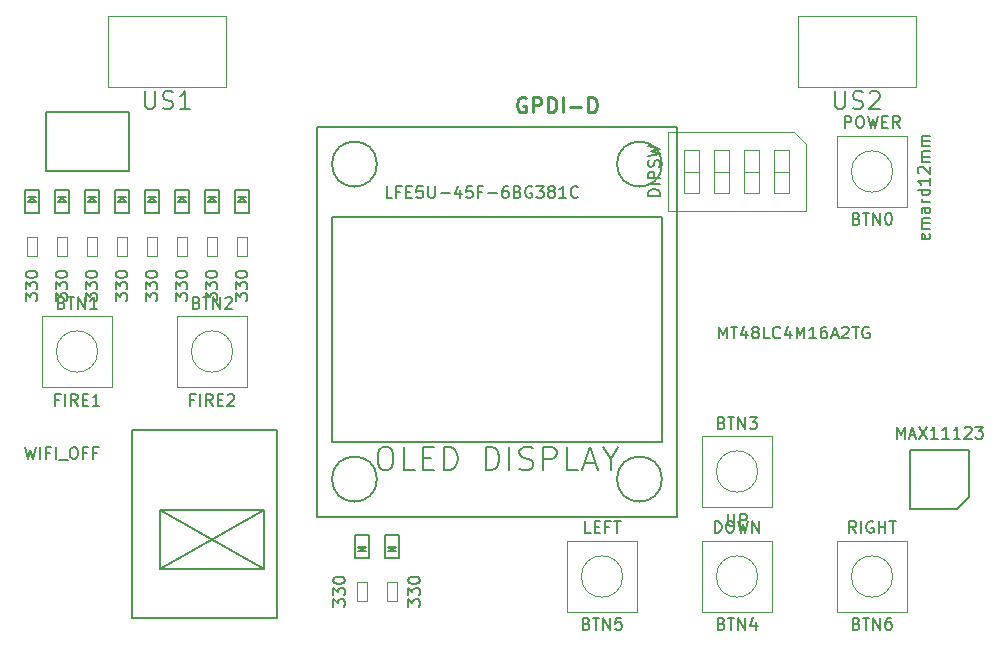
<source format=gbr>
G04 #@! TF.FileFunction,Other,Fab,Top*
%FSLAX46Y46*%
G04 Gerber Fmt 4.6, Leading zero omitted, Abs format (unit mm)*
G04 Created by KiCad (PCBNEW 4.0.7+dfsg1-1) date Sat Nov 11 18:03:34 2017*
%MOMM*%
%LPD*%
G01*
G04 APERTURE LIST*
%ADD10C,0.100000*%
%ADD11C,0.150000*%
%ADD12C,0.254000*%
G04 APERTURE END LIST*
D10*
D11*
X118530000Y-76260000D02*
X117930000Y-76260000D01*
X118230000Y-76360000D02*
X118530000Y-76660000D01*
X117930000Y-76660000D02*
X118230000Y-76360000D01*
X118530000Y-76660000D02*
X117930000Y-76660000D01*
X118830000Y-77660000D02*
X118830000Y-75660000D01*
X117630000Y-77660000D02*
X118830000Y-77660000D01*
X117630000Y-75660000D02*
X117630000Y-77660000D01*
X118830000Y-75660000D02*
X117630000Y-75660000D01*
X115990000Y-76260000D02*
X115390000Y-76260000D01*
X115690000Y-76360000D02*
X115990000Y-76660000D01*
X115390000Y-76660000D02*
X115690000Y-76360000D01*
X115990000Y-76660000D02*
X115390000Y-76660000D01*
X116290000Y-77660000D02*
X116290000Y-75660000D01*
X115090000Y-77660000D02*
X116290000Y-77660000D01*
X115090000Y-75660000D02*
X115090000Y-77660000D01*
X116290000Y-75660000D02*
X115090000Y-75660000D01*
X113450000Y-76260000D02*
X112850000Y-76260000D01*
X113150000Y-76360000D02*
X113450000Y-76660000D01*
X112850000Y-76660000D02*
X113150000Y-76360000D01*
X113450000Y-76660000D02*
X112850000Y-76660000D01*
X113750000Y-77660000D02*
X113750000Y-75660000D01*
X112550000Y-77660000D02*
X113750000Y-77660000D01*
X112550000Y-75660000D02*
X112550000Y-77660000D01*
X113750000Y-75660000D02*
X112550000Y-75660000D01*
X110910000Y-76260000D02*
X110310000Y-76260000D01*
X110610000Y-76360000D02*
X110910000Y-76660000D01*
X110310000Y-76660000D02*
X110610000Y-76360000D01*
X110910000Y-76660000D02*
X110310000Y-76660000D01*
X111210000Y-77660000D02*
X111210000Y-75660000D01*
X110010000Y-77660000D02*
X111210000Y-77660000D01*
X110010000Y-75660000D02*
X110010000Y-77660000D01*
X111210000Y-75660000D02*
X110010000Y-75660000D01*
X108370000Y-76260000D02*
X107770000Y-76260000D01*
X108070000Y-76360000D02*
X108370000Y-76660000D01*
X107770000Y-76660000D02*
X108070000Y-76360000D01*
X108370000Y-76660000D02*
X107770000Y-76660000D01*
X108670000Y-77660000D02*
X108670000Y-75660000D01*
X107470000Y-77660000D02*
X108670000Y-77660000D01*
X107470000Y-75660000D02*
X107470000Y-77660000D01*
X108670000Y-75660000D02*
X107470000Y-75660000D01*
X105830000Y-76260000D02*
X105230000Y-76260000D01*
X105530000Y-76360000D02*
X105830000Y-76660000D01*
X105230000Y-76660000D02*
X105530000Y-76360000D01*
X105830000Y-76660000D02*
X105230000Y-76660000D01*
X106130000Y-77660000D02*
X106130000Y-75660000D01*
X104930000Y-77660000D02*
X106130000Y-77660000D01*
X104930000Y-75660000D02*
X104930000Y-77660000D01*
X106130000Y-75660000D02*
X104930000Y-75660000D01*
X103290000Y-76260000D02*
X102690000Y-76260000D01*
X102990000Y-76360000D02*
X103290000Y-76660000D01*
X102690000Y-76660000D02*
X102990000Y-76360000D01*
X103290000Y-76660000D02*
X102690000Y-76660000D01*
X103590000Y-77660000D02*
X103590000Y-75660000D01*
X102390000Y-77660000D02*
X103590000Y-77660000D01*
X102390000Y-75660000D02*
X102390000Y-77660000D01*
X103590000Y-75660000D02*
X102390000Y-75660000D01*
X100750000Y-76260000D02*
X100150000Y-76260000D01*
X100450000Y-76360000D02*
X100750000Y-76660000D01*
X100150000Y-76660000D02*
X100450000Y-76360000D01*
X100750000Y-76660000D02*
X100150000Y-76660000D01*
X101050000Y-77660000D02*
X101050000Y-75660000D01*
X99850000Y-77660000D02*
X101050000Y-77660000D01*
X99850000Y-75660000D02*
X99850000Y-77660000D01*
X101050000Y-75660000D02*
X99850000Y-75660000D01*
X108624000Y-69080000D02*
X108624000Y-74080000D01*
X101624000Y-69080000D02*
X108624000Y-69080000D01*
X101624000Y-74080000D02*
X101624000Y-69080000D01*
X108624000Y-74080000D02*
X101624000Y-74080000D01*
X128090000Y-106270000D02*
X128690000Y-106270000D01*
X128390000Y-106170000D02*
X128090000Y-105870000D01*
X128690000Y-105870000D02*
X128390000Y-106170000D01*
X128090000Y-105870000D02*
X128690000Y-105870000D01*
X127790000Y-104870000D02*
X127790000Y-106870000D01*
X128990000Y-104870000D02*
X127790000Y-104870000D01*
X128990000Y-106870000D02*
X128990000Y-104870000D01*
X127790000Y-106870000D02*
X128990000Y-106870000D01*
X130630000Y-106270000D02*
X131230000Y-106270000D01*
X130930000Y-106170000D02*
X130630000Y-105870000D01*
X131230000Y-105870000D02*
X130930000Y-106170000D01*
X130630000Y-105870000D02*
X131230000Y-105870000D01*
X130330000Y-104870000D02*
X130330000Y-106870000D01*
X131530000Y-104870000D02*
X130330000Y-104870000D01*
X131530000Y-106870000D02*
X131530000Y-104870000D01*
X130330000Y-106870000D02*
X131530000Y-106870000D01*
D10*
X127990000Y-108880000D02*
X128790000Y-108880000D01*
X127990000Y-110480000D02*
X127990000Y-108880000D01*
X128790000Y-110480000D02*
X127990000Y-110480000D01*
X128790000Y-108880000D02*
X128790000Y-110480000D01*
X131330000Y-110480000D02*
X130530000Y-110480000D01*
X131330000Y-108880000D02*
X131330000Y-110480000D01*
X130530000Y-108880000D02*
X131330000Y-108880000D01*
X130530000Y-110480000D02*
X130530000Y-108880000D01*
X116880000Y-60925000D02*
X116880000Y-66925000D01*
X106880000Y-60925000D02*
X116880000Y-60925000D01*
X106880000Y-66925000D02*
X106880000Y-60925000D01*
X116880000Y-66925000D02*
X106880000Y-66925000D01*
X175300000Y-60925000D02*
X175300000Y-66925000D01*
X165300000Y-60925000D02*
X175300000Y-60925000D01*
X165300000Y-66925000D02*
X165300000Y-60925000D01*
X175300000Y-66925000D02*
X165300000Y-66925000D01*
X118630000Y-81270000D02*
X117830000Y-81270000D01*
X118630000Y-79670000D02*
X118630000Y-81270000D01*
X117830000Y-79670000D02*
X118630000Y-79670000D01*
X117830000Y-81270000D02*
X117830000Y-79670000D01*
X116090000Y-81270000D02*
X115290000Y-81270000D01*
X116090000Y-79670000D02*
X116090000Y-81270000D01*
X115290000Y-79670000D02*
X116090000Y-79670000D01*
X115290000Y-81270000D02*
X115290000Y-79670000D01*
X113550000Y-81270000D02*
X112750000Y-81270000D01*
X113550000Y-79670000D02*
X113550000Y-81270000D01*
X112750000Y-79670000D02*
X113550000Y-79670000D01*
X112750000Y-81270000D02*
X112750000Y-79670000D01*
X111010000Y-81270000D02*
X110210000Y-81270000D01*
X111010000Y-79670000D02*
X111010000Y-81270000D01*
X110210000Y-79670000D02*
X111010000Y-79670000D01*
X110210000Y-81270000D02*
X110210000Y-79670000D01*
X108470000Y-81270000D02*
X107670000Y-81270000D01*
X108470000Y-79670000D02*
X108470000Y-81270000D01*
X107670000Y-79670000D02*
X108470000Y-79670000D01*
X107670000Y-81270000D02*
X107670000Y-79670000D01*
X105930000Y-81270000D02*
X105130000Y-81270000D01*
X105930000Y-79670000D02*
X105930000Y-81270000D01*
X105130000Y-79670000D02*
X105930000Y-79670000D01*
X105130000Y-81270000D02*
X105130000Y-79670000D01*
X103390000Y-81270000D02*
X102590000Y-81270000D01*
X103390000Y-79670000D02*
X103390000Y-81270000D01*
X102590000Y-79670000D02*
X103390000Y-79670000D01*
X102590000Y-81270000D02*
X102590000Y-79670000D01*
X100850000Y-81270000D02*
X100050000Y-81270000D01*
X100850000Y-79670000D02*
X100850000Y-81270000D01*
X100050000Y-79670000D02*
X100850000Y-79670000D01*
X100050000Y-81270000D02*
X100050000Y-79670000D01*
D11*
X178785000Y-102655000D02*
X174785000Y-102655000D01*
X174785000Y-102655000D02*
X174785000Y-97655000D01*
X174785000Y-97655000D02*
X179785000Y-97655000D01*
X179785000Y-97655000D02*
X179785000Y-101655000D01*
X179785000Y-101655000D02*
X178785000Y-102655000D01*
X153790000Y-73485000D02*
G75*
G03X153790000Y-73485000I-1905000J0D01*
G01*
X129660000Y-73485000D02*
G75*
G03X129660000Y-73485000I-1905000J0D01*
G01*
X129660000Y-100155000D02*
G75*
G03X129660000Y-100155000I-1905000J0D01*
G01*
X153790000Y-100155000D02*
G75*
G03X153790000Y-100155000I-1905000J0D01*
G01*
X153790000Y-77930000D02*
X153790000Y-96980000D01*
X125850000Y-77930000D02*
X153790000Y-77930000D01*
X125850000Y-96980000D02*
X125850000Y-77930000D01*
X153790000Y-96980000D02*
X125850000Y-96980000D01*
X155060000Y-70310000D02*
X155060000Y-103330000D01*
X124580000Y-70310000D02*
X155060000Y-70310000D01*
X124580000Y-103330000D02*
X124580000Y-70310000D01*
X155060000Y-103330000D02*
X124580000Y-103330000D01*
D10*
X174570000Y-77120000D02*
X174570000Y-71120000D01*
X174570000Y-71120000D02*
X168570000Y-71120000D01*
X168570000Y-71120000D02*
X168570000Y-77120000D01*
X168570000Y-77120000D02*
X174570000Y-77120000D01*
X173320714Y-74120000D02*
G75*
G03X173320714Y-74120000I-1750714J0D01*
G01*
X101260000Y-86360000D02*
X101260000Y-92360000D01*
X101260000Y-92360000D02*
X107260000Y-92360000D01*
X107260000Y-92360000D02*
X107260000Y-86360000D01*
X107260000Y-86360000D02*
X101260000Y-86360000D01*
X106010714Y-89360000D02*
G75*
G03X106010714Y-89360000I-1750714J0D01*
G01*
X112690000Y-86360000D02*
X112690000Y-92360000D01*
X112690000Y-92360000D02*
X118690000Y-92360000D01*
X118690000Y-92360000D02*
X118690000Y-86360000D01*
X118690000Y-86360000D02*
X112690000Y-86360000D01*
X117440714Y-89360000D02*
G75*
G03X117440714Y-89360000I-1750714J0D01*
G01*
X157140000Y-96520000D02*
X157140000Y-102520000D01*
X157140000Y-102520000D02*
X163140000Y-102520000D01*
X163140000Y-102520000D02*
X163140000Y-96520000D01*
X163140000Y-96520000D02*
X157140000Y-96520000D01*
X161890714Y-99520000D02*
G75*
G03X161890714Y-99520000I-1750714J0D01*
G01*
X163140000Y-111410000D02*
X163140000Y-105410000D01*
X163140000Y-105410000D02*
X157140000Y-105410000D01*
X157140000Y-105410000D02*
X157140000Y-111410000D01*
X157140000Y-111410000D02*
X163140000Y-111410000D01*
X161890714Y-108410000D02*
G75*
G03X161890714Y-108410000I-1750714J0D01*
G01*
X151710000Y-111410000D02*
X151710000Y-105410000D01*
X151710000Y-105410000D02*
X145710000Y-105410000D01*
X145710000Y-105410000D02*
X145710000Y-111410000D01*
X145710000Y-111410000D02*
X151710000Y-111410000D01*
X150460714Y-108410000D02*
G75*
G03X150460714Y-108410000I-1750714J0D01*
G01*
X174570000Y-111410000D02*
X174570000Y-105410000D01*
X174570000Y-105410000D02*
X168570000Y-105410000D01*
X168570000Y-105410000D02*
X168570000Y-111410000D01*
X168570000Y-111410000D02*
X174570000Y-111410000D01*
X173320714Y-108410000D02*
G75*
G03X173320714Y-108410000I-1750714J0D01*
G01*
X166000000Y-71780000D02*
X166000000Y-77460000D01*
X166000000Y-77460000D02*
X154280000Y-77460000D01*
X154280000Y-77460000D02*
X154280000Y-70780000D01*
X154280000Y-70780000D02*
X165000000Y-70780000D01*
X165000000Y-70780000D02*
X166000000Y-71780000D01*
X164585000Y-72310000D02*
X163315000Y-72310000D01*
X163315000Y-72310000D02*
X163315000Y-75930000D01*
X163315000Y-75930000D02*
X164585000Y-75930000D01*
X164585000Y-75930000D02*
X164585000Y-72310000D01*
X164585000Y-74120000D02*
X163315000Y-74120000D01*
X162045000Y-72310000D02*
X160775000Y-72310000D01*
X160775000Y-72310000D02*
X160775000Y-75930000D01*
X160775000Y-75930000D02*
X162045000Y-75930000D01*
X162045000Y-75930000D02*
X162045000Y-72310000D01*
X162045000Y-74120000D02*
X160775000Y-74120000D01*
X159505000Y-72310000D02*
X158235000Y-72310000D01*
X158235000Y-72310000D02*
X158235000Y-75930000D01*
X158235000Y-75930000D02*
X159505000Y-75930000D01*
X159505000Y-75930000D02*
X159505000Y-72310000D01*
X159505000Y-74120000D02*
X158235000Y-74120000D01*
X156965000Y-72310000D02*
X155695000Y-72310000D01*
X155695000Y-72310000D02*
X155695000Y-75930000D01*
X155695000Y-75930000D02*
X156965000Y-75930000D01*
X156965000Y-75930000D02*
X156965000Y-72310000D01*
X156965000Y-74120000D02*
X155695000Y-74120000D01*
D11*
X120055000Y-102815000D02*
X111255000Y-107765000D01*
X120055000Y-107765000D02*
X111255000Y-102815000D01*
X120055000Y-102815000D02*
X120055000Y-107765000D01*
X111255000Y-102815000D02*
X111255000Y-107765000D01*
X111255000Y-107765000D02*
X120055000Y-107765000D01*
X120055000Y-102815000D02*
X111255000Y-102815000D01*
X121205000Y-95965000D02*
X108905000Y-95965000D01*
X121205000Y-111915000D02*
X121205000Y-95965000D01*
X108905000Y-111915000D02*
X121205000Y-111915000D01*
X108905000Y-95965000D02*
X108905000Y-111915000D01*
X158608857Y-88252381D02*
X158608857Y-87252381D01*
X158942191Y-87966667D01*
X159275524Y-87252381D01*
X159275524Y-88252381D01*
X159608857Y-87252381D02*
X160180286Y-87252381D01*
X159894571Y-88252381D02*
X159894571Y-87252381D01*
X160942191Y-87585714D02*
X160942191Y-88252381D01*
X160704095Y-87204762D02*
X160466000Y-87919048D01*
X161085048Y-87919048D01*
X161608857Y-87680952D02*
X161513619Y-87633333D01*
X161466000Y-87585714D01*
X161418381Y-87490476D01*
X161418381Y-87442857D01*
X161466000Y-87347619D01*
X161513619Y-87300000D01*
X161608857Y-87252381D01*
X161799334Y-87252381D01*
X161894572Y-87300000D01*
X161942191Y-87347619D01*
X161989810Y-87442857D01*
X161989810Y-87490476D01*
X161942191Y-87585714D01*
X161894572Y-87633333D01*
X161799334Y-87680952D01*
X161608857Y-87680952D01*
X161513619Y-87728571D01*
X161466000Y-87776190D01*
X161418381Y-87871429D01*
X161418381Y-88061905D01*
X161466000Y-88157143D01*
X161513619Y-88204762D01*
X161608857Y-88252381D01*
X161799334Y-88252381D01*
X161894572Y-88204762D01*
X161942191Y-88157143D01*
X161989810Y-88061905D01*
X161989810Y-87871429D01*
X161942191Y-87776190D01*
X161894572Y-87728571D01*
X161799334Y-87680952D01*
X162894572Y-88252381D02*
X162418381Y-88252381D01*
X162418381Y-87252381D01*
X163799334Y-88157143D02*
X163751715Y-88204762D01*
X163608858Y-88252381D01*
X163513620Y-88252381D01*
X163370762Y-88204762D01*
X163275524Y-88109524D01*
X163227905Y-88014286D01*
X163180286Y-87823810D01*
X163180286Y-87680952D01*
X163227905Y-87490476D01*
X163275524Y-87395238D01*
X163370762Y-87300000D01*
X163513620Y-87252381D01*
X163608858Y-87252381D01*
X163751715Y-87300000D01*
X163799334Y-87347619D01*
X164656477Y-87585714D02*
X164656477Y-88252381D01*
X164418381Y-87204762D02*
X164180286Y-87919048D01*
X164799334Y-87919048D01*
X165180286Y-88252381D02*
X165180286Y-87252381D01*
X165513620Y-87966667D01*
X165846953Y-87252381D01*
X165846953Y-88252381D01*
X166846953Y-88252381D02*
X166275524Y-88252381D01*
X166561238Y-88252381D02*
X166561238Y-87252381D01*
X166466000Y-87395238D01*
X166370762Y-87490476D01*
X166275524Y-87538095D01*
X167704096Y-87252381D02*
X167513619Y-87252381D01*
X167418381Y-87300000D01*
X167370762Y-87347619D01*
X167275524Y-87490476D01*
X167227905Y-87680952D01*
X167227905Y-88061905D01*
X167275524Y-88157143D01*
X167323143Y-88204762D01*
X167418381Y-88252381D01*
X167608858Y-88252381D01*
X167704096Y-88204762D01*
X167751715Y-88157143D01*
X167799334Y-88061905D01*
X167799334Y-87823810D01*
X167751715Y-87728571D01*
X167704096Y-87680952D01*
X167608858Y-87633333D01*
X167418381Y-87633333D01*
X167323143Y-87680952D01*
X167275524Y-87728571D01*
X167227905Y-87823810D01*
X168180286Y-87966667D02*
X168656477Y-87966667D01*
X168085048Y-88252381D02*
X168418381Y-87252381D01*
X168751715Y-88252381D01*
X169037429Y-87347619D02*
X169085048Y-87300000D01*
X169180286Y-87252381D01*
X169418382Y-87252381D01*
X169513620Y-87300000D01*
X169561239Y-87347619D01*
X169608858Y-87442857D01*
X169608858Y-87538095D01*
X169561239Y-87680952D01*
X168989810Y-88252381D01*
X169608858Y-88252381D01*
X169894572Y-87252381D02*
X170466001Y-87252381D01*
X170180286Y-88252381D02*
X170180286Y-87252381D01*
X171323144Y-87300000D02*
X171227906Y-87252381D01*
X171085049Y-87252381D01*
X170942191Y-87300000D01*
X170846953Y-87395238D01*
X170799334Y-87490476D01*
X170751715Y-87680952D01*
X170751715Y-87823810D01*
X170799334Y-88014286D01*
X170846953Y-88109524D01*
X170942191Y-88204762D01*
X171085049Y-88252381D01*
X171180287Y-88252381D01*
X171323144Y-88204762D01*
X171370763Y-88157143D01*
X171370763Y-87823810D01*
X171180287Y-87823810D01*
X99894762Y-97448381D02*
X100132857Y-98448381D01*
X100323334Y-97734095D01*
X100513810Y-98448381D01*
X100751905Y-97448381D01*
X101132857Y-98448381D02*
X101132857Y-97448381D01*
X101942381Y-97924571D02*
X101609047Y-97924571D01*
X101609047Y-98448381D02*
X101609047Y-97448381D01*
X102085238Y-97448381D01*
X102466190Y-98448381D02*
X102466190Y-97448381D01*
X102704285Y-98543619D02*
X103466190Y-98543619D01*
X103894761Y-97448381D02*
X104085238Y-97448381D01*
X104180476Y-97496000D01*
X104275714Y-97591238D01*
X104323333Y-97781714D01*
X104323333Y-98115048D01*
X104275714Y-98305524D01*
X104180476Y-98400762D01*
X104085238Y-98448381D01*
X103894761Y-98448381D01*
X103799523Y-98400762D01*
X103704285Y-98305524D01*
X103656666Y-98115048D01*
X103656666Y-97781714D01*
X103704285Y-97591238D01*
X103799523Y-97496000D01*
X103894761Y-97448381D01*
X105085238Y-97924571D02*
X104751904Y-97924571D01*
X104751904Y-98448381D02*
X104751904Y-97448381D01*
X105228095Y-97448381D01*
X105942381Y-97924571D02*
X105609047Y-97924571D01*
X105609047Y-98448381D02*
X105609047Y-97448381D01*
X106085238Y-97448381D01*
X125942381Y-110965714D02*
X125942381Y-110346666D01*
X126323333Y-110680000D01*
X126323333Y-110537142D01*
X126370952Y-110441904D01*
X126418571Y-110394285D01*
X126513810Y-110346666D01*
X126751905Y-110346666D01*
X126847143Y-110394285D01*
X126894762Y-110441904D01*
X126942381Y-110537142D01*
X126942381Y-110822857D01*
X126894762Y-110918095D01*
X126847143Y-110965714D01*
X125942381Y-110013333D02*
X125942381Y-109394285D01*
X126323333Y-109727619D01*
X126323333Y-109584761D01*
X126370952Y-109489523D01*
X126418571Y-109441904D01*
X126513810Y-109394285D01*
X126751905Y-109394285D01*
X126847143Y-109441904D01*
X126894762Y-109489523D01*
X126942381Y-109584761D01*
X126942381Y-109870476D01*
X126894762Y-109965714D01*
X126847143Y-110013333D01*
X125942381Y-108775238D02*
X125942381Y-108679999D01*
X125990000Y-108584761D01*
X126037619Y-108537142D01*
X126132857Y-108489523D01*
X126323333Y-108441904D01*
X126561429Y-108441904D01*
X126751905Y-108489523D01*
X126847143Y-108537142D01*
X126894762Y-108584761D01*
X126942381Y-108679999D01*
X126942381Y-108775238D01*
X126894762Y-108870476D01*
X126847143Y-108918095D01*
X126751905Y-108965714D01*
X126561429Y-109013333D01*
X126323333Y-109013333D01*
X126132857Y-108965714D01*
X126037619Y-108918095D01*
X125990000Y-108870476D01*
X125942381Y-108775238D01*
X132282381Y-110965714D02*
X132282381Y-110346666D01*
X132663333Y-110680000D01*
X132663333Y-110537142D01*
X132710952Y-110441904D01*
X132758571Y-110394285D01*
X132853810Y-110346666D01*
X133091905Y-110346666D01*
X133187143Y-110394285D01*
X133234762Y-110441904D01*
X133282381Y-110537142D01*
X133282381Y-110822857D01*
X133234762Y-110918095D01*
X133187143Y-110965714D01*
X132282381Y-110013333D02*
X132282381Y-109394285D01*
X132663333Y-109727619D01*
X132663333Y-109584761D01*
X132710952Y-109489523D01*
X132758571Y-109441904D01*
X132853810Y-109394285D01*
X133091905Y-109394285D01*
X133187143Y-109441904D01*
X133234762Y-109489523D01*
X133282381Y-109584761D01*
X133282381Y-109870476D01*
X133234762Y-109965714D01*
X133187143Y-110013333D01*
X132282381Y-108775238D02*
X132282381Y-108679999D01*
X132330000Y-108584761D01*
X132377619Y-108537142D01*
X132472857Y-108489523D01*
X132663333Y-108441904D01*
X132901429Y-108441904D01*
X133091905Y-108489523D01*
X133187143Y-108537142D01*
X133234762Y-108584761D01*
X133282381Y-108679999D01*
X133282381Y-108775238D01*
X133234762Y-108870476D01*
X133187143Y-108918095D01*
X133091905Y-108965714D01*
X132901429Y-109013333D01*
X132663333Y-109013333D01*
X132472857Y-108965714D01*
X132377619Y-108918095D01*
X132330000Y-108870476D01*
X132282381Y-108775238D01*
X110022858Y-67329571D02*
X110022858Y-68543857D01*
X110094286Y-68686714D01*
X110165715Y-68758143D01*
X110308572Y-68829571D01*
X110594286Y-68829571D01*
X110737144Y-68758143D01*
X110808572Y-68686714D01*
X110880001Y-68543857D01*
X110880001Y-67329571D01*
X111522858Y-68758143D02*
X111737144Y-68829571D01*
X112094287Y-68829571D01*
X112237144Y-68758143D01*
X112308573Y-68686714D01*
X112380001Y-68543857D01*
X112380001Y-68401000D01*
X112308573Y-68258143D01*
X112237144Y-68186714D01*
X112094287Y-68115286D01*
X111808573Y-68043857D01*
X111665715Y-67972429D01*
X111594287Y-67901000D01*
X111522858Y-67758143D01*
X111522858Y-67615286D01*
X111594287Y-67472429D01*
X111665715Y-67401000D01*
X111808573Y-67329571D01*
X112165715Y-67329571D01*
X112380001Y-67401000D01*
X113808572Y-68829571D02*
X112951429Y-68829571D01*
X113380001Y-68829571D02*
X113380001Y-67329571D01*
X113237144Y-67543857D01*
X113094286Y-67686714D01*
X112951429Y-67758143D01*
X168442858Y-67329571D02*
X168442858Y-68543857D01*
X168514286Y-68686714D01*
X168585715Y-68758143D01*
X168728572Y-68829571D01*
X169014286Y-68829571D01*
X169157144Y-68758143D01*
X169228572Y-68686714D01*
X169300001Y-68543857D01*
X169300001Y-67329571D01*
X169942858Y-68758143D02*
X170157144Y-68829571D01*
X170514287Y-68829571D01*
X170657144Y-68758143D01*
X170728573Y-68686714D01*
X170800001Y-68543857D01*
X170800001Y-68401000D01*
X170728573Y-68258143D01*
X170657144Y-68186714D01*
X170514287Y-68115286D01*
X170228573Y-68043857D01*
X170085715Y-67972429D01*
X170014287Y-67901000D01*
X169942858Y-67758143D01*
X169942858Y-67615286D01*
X170014287Y-67472429D01*
X170085715Y-67401000D01*
X170228573Y-67329571D01*
X170585715Y-67329571D01*
X170800001Y-67401000D01*
X171371429Y-67472429D02*
X171442858Y-67401000D01*
X171585715Y-67329571D01*
X171942858Y-67329571D01*
X172085715Y-67401000D01*
X172157144Y-67472429D01*
X172228572Y-67615286D01*
X172228572Y-67758143D01*
X172157144Y-67972429D01*
X171300001Y-68829571D01*
X172228572Y-68829571D01*
X117682381Y-85057714D02*
X117682381Y-84438666D01*
X118063333Y-84772000D01*
X118063333Y-84629142D01*
X118110952Y-84533904D01*
X118158571Y-84486285D01*
X118253810Y-84438666D01*
X118491905Y-84438666D01*
X118587143Y-84486285D01*
X118634762Y-84533904D01*
X118682381Y-84629142D01*
X118682381Y-84914857D01*
X118634762Y-85010095D01*
X118587143Y-85057714D01*
X117682381Y-84105333D02*
X117682381Y-83486285D01*
X118063333Y-83819619D01*
X118063333Y-83676761D01*
X118110952Y-83581523D01*
X118158571Y-83533904D01*
X118253810Y-83486285D01*
X118491905Y-83486285D01*
X118587143Y-83533904D01*
X118634762Y-83581523D01*
X118682381Y-83676761D01*
X118682381Y-83962476D01*
X118634762Y-84057714D01*
X118587143Y-84105333D01*
X117682381Y-82867238D02*
X117682381Y-82771999D01*
X117730000Y-82676761D01*
X117777619Y-82629142D01*
X117872857Y-82581523D01*
X118063333Y-82533904D01*
X118301429Y-82533904D01*
X118491905Y-82581523D01*
X118587143Y-82629142D01*
X118634762Y-82676761D01*
X118682381Y-82771999D01*
X118682381Y-82867238D01*
X118634762Y-82962476D01*
X118587143Y-83010095D01*
X118491905Y-83057714D01*
X118301429Y-83105333D01*
X118063333Y-83105333D01*
X117872857Y-83057714D01*
X117777619Y-83010095D01*
X117730000Y-82962476D01*
X117682381Y-82867238D01*
X115142381Y-85057714D02*
X115142381Y-84438666D01*
X115523333Y-84772000D01*
X115523333Y-84629142D01*
X115570952Y-84533904D01*
X115618571Y-84486285D01*
X115713810Y-84438666D01*
X115951905Y-84438666D01*
X116047143Y-84486285D01*
X116094762Y-84533904D01*
X116142381Y-84629142D01*
X116142381Y-84914857D01*
X116094762Y-85010095D01*
X116047143Y-85057714D01*
X115142381Y-84105333D02*
X115142381Y-83486285D01*
X115523333Y-83819619D01*
X115523333Y-83676761D01*
X115570952Y-83581523D01*
X115618571Y-83533904D01*
X115713810Y-83486285D01*
X115951905Y-83486285D01*
X116047143Y-83533904D01*
X116094762Y-83581523D01*
X116142381Y-83676761D01*
X116142381Y-83962476D01*
X116094762Y-84057714D01*
X116047143Y-84105333D01*
X115142381Y-82867238D02*
X115142381Y-82771999D01*
X115190000Y-82676761D01*
X115237619Y-82629142D01*
X115332857Y-82581523D01*
X115523333Y-82533904D01*
X115761429Y-82533904D01*
X115951905Y-82581523D01*
X116047143Y-82629142D01*
X116094762Y-82676761D01*
X116142381Y-82771999D01*
X116142381Y-82867238D01*
X116094762Y-82962476D01*
X116047143Y-83010095D01*
X115951905Y-83057714D01*
X115761429Y-83105333D01*
X115523333Y-83105333D01*
X115332857Y-83057714D01*
X115237619Y-83010095D01*
X115190000Y-82962476D01*
X115142381Y-82867238D01*
X112602381Y-85057714D02*
X112602381Y-84438666D01*
X112983333Y-84772000D01*
X112983333Y-84629142D01*
X113030952Y-84533904D01*
X113078571Y-84486285D01*
X113173810Y-84438666D01*
X113411905Y-84438666D01*
X113507143Y-84486285D01*
X113554762Y-84533904D01*
X113602381Y-84629142D01*
X113602381Y-84914857D01*
X113554762Y-85010095D01*
X113507143Y-85057714D01*
X112602381Y-84105333D02*
X112602381Y-83486285D01*
X112983333Y-83819619D01*
X112983333Y-83676761D01*
X113030952Y-83581523D01*
X113078571Y-83533904D01*
X113173810Y-83486285D01*
X113411905Y-83486285D01*
X113507143Y-83533904D01*
X113554762Y-83581523D01*
X113602381Y-83676761D01*
X113602381Y-83962476D01*
X113554762Y-84057714D01*
X113507143Y-84105333D01*
X112602381Y-82867238D02*
X112602381Y-82771999D01*
X112650000Y-82676761D01*
X112697619Y-82629142D01*
X112792857Y-82581523D01*
X112983333Y-82533904D01*
X113221429Y-82533904D01*
X113411905Y-82581523D01*
X113507143Y-82629142D01*
X113554762Y-82676761D01*
X113602381Y-82771999D01*
X113602381Y-82867238D01*
X113554762Y-82962476D01*
X113507143Y-83010095D01*
X113411905Y-83057714D01*
X113221429Y-83105333D01*
X112983333Y-83105333D01*
X112792857Y-83057714D01*
X112697619Y-83010095D01*
X112650000Y-82962476D01*
X112602381Y-82867238D01*
X110062381Y-85057714D02*
X110062381Y-84438666D01*
X110443333Y-84772000D01*
X110443333Y-84629142D01*
X110490952Y-84533904D01*
X110538571Y-84486285D01*
X110633810Y-84438666D01*
X110871905Y-84438666D01*
X110967143Y-84486285D01*
X111014762Y-84533904D01*
X111062381Y-84629142D01*
X111062381Y-84914857D01*
X111014762Y-85010095D01*
X110967143Y-85057714D01*
X110062381Y-84105333D02*
X110062381Y-83486285D01*
X110443333Y-83819619D01*
X110443333Y-83676761D01*
X110490952Y-83581523D01*
X110538571Y-83533904D01*
X110633810Y-83486285D01*
X110871905Y-83486285D01*
X110967143Y-83533904D01*
X111014762Y-83581523D01*
X111062381Y-83676761D01*
X111062381Y-83962476D01*
X111014762Y-84057714D01*
X110967143Y-84105333D01*
X110062381Y-82867238D02*
X110062381Y-82771999D01*
X110110000Y-82676761D01*
X110157619Y-82629142D01*
X110252857Y-82581523D01*
X110443333Y-82533904D01*
X110681429Y-82533904D01*
X110871905Y-82581523D01*
X110967143Y-82629142D01*
X111014762Y-82676761D01*
X111062381Y-82771999D01*
X111062381Y-82867238D01*
X111014762Y-82962476D01*
X110967143Y-83010095D01*
X110871905Y-83057714D01*
X110681429Y-83105333D01*
X110443333Y-83105333D01*
X110252857Y-83057714D01*
X110157619Y-83010095D01*
X110110000Y-82962476D01*
X110062381Y-82867238D01*
X107522381Y-85057714D02*
X107522381Y-84438666D01*
X107903333Y-84772000D01*
X107903333Y-84629142D01*
X107950952Y-84533904D01*
X107998571Y-84486285D01*
X108093810Y-84438666D01*
X108331905Y-84438666D01*
X108427143Y-84486285D01*
X108474762Y-84533904D01*
X108522381Y-84629142D01*
X108522381Y-84914857D01*
X108474762Y-85010095D01*
X108427143Y-85057714D01*
X107522381Y-84105333D02*
X107522381Y-83486285D01*
X107903333Y-83819619D01*
X107903333Y-83676761D01*
X107950952Y-83581523D01*
X107998571Y-83533904D01*
X108093810Y-83486285D01*
X108331905Y-83486285D01*
X108427143Y-83533904D01*
X108474762Y-83581523D01*
X108522381Y-83676761D01*
X108522381Y-83962476D01*
X108474762Y-84057714D01*
X108427143Y-84105333D01*
X107522381Y-82867238D02*
X107522381Y-82771999D01*
X107570000Y-82676761D01*
X107617619Y-82629142D01*
X107712857Y-82581523D01*
X107903333Y-82533904D01*
X108141429Y-82533904D01*
X108331905Y-82581523D01*
X108427143Y-82629142D01*
X108474762Y-82676761D01*
X108522381Y-82771999D01*
X108522381Y-82867238D01*
X108474762Y-82962476D01*
X108427143Y-83010095D01*
X108331905Y-83057714D01*
X108141429Y-83105333D01*
X107903333Y-83105333D01*
X107712857Y-83057714D01*
X107617619Y-83010095D01*
X107570000Y-82962476D01*
X107522381Y-82867238D01*
X104982381Y-85057714D02*
X104982381Y-84438666D01*
X105363333Y-84772000D01*
X105363333Y-84629142D01*
X105410952Y-84533904D01*
X105458571Y-84486285D01*
X105553810Y-84438666D01*
X105791905Y-84438666D01*
X105887143Y-84486285D01*
X105934762Y-84533904D01*
X105982381Y-84629142D01*
X105982381Y-84914857D01*
X105934762Y-85010095D01*
X105887143Y-85057714D01*
X104982381Y-84105333D02*
X104982381Y-83486285D01*
X105363333Y-83819619D01*
X105363333Y-83676761D01*
X105410952Y-83581523D01*
X105458571Y-83533904D01*
X105553810Y-83486285D01*
X105791905Y-83486285D01*
X105887143Y-83533904D01*
X105934762Y-83581523D01*
X105982381Y-83676761D01*
X105982381Y-83962476D01*
X105934762Y-84057714D01*
X105887143Y-84105333D01*
X104982381Y-82867238D02*
X104982381Y-82771999D01*
X105030000Y-82676761D01*
X105077619Y-82629142D01*
X105172857Y-82581523D01*
X105363333Y-82533904D01*
X105601429Y-82533904D01*
X105791905Y-82581523D01*
X105887143Y-82629142D01*
X105934762Y-82676761D01*
X105982381Y-82771999D01*
X105982381Y-82867238D01*
X105934762Y-82962476D01*
X105887143Y-83010095D01*
X105791905Y-83057714D01*
X105601429Y-83105333D01*
X105363333Y-83105333D01*
X105172857Y-83057714D01*
X105077619Y-83010095D01*
X105030000Y-82962476D01*
X104982381Y-82867238D01*
X102442381Y-85057714D02*
X102442381Y-84438666D01*
X102823333Y-84772000D01*
X102823333Y-84629142D01*
X102870952Y-84533904D01*
X102918571Y-84486285D01*
X103013810Y-84438666D01*
X103251905Y-84438666D01*
X103347143Y-84486285D01*
X103394762Y-84533904D01*
X103442381Y-84629142D01*
X103442381Y-84914857D01*
X103394762Y-85010095D01*
X103347143Y-85057714D01*
X102442381Y-84105333D02*
X102442381Y-83486285D01*
X102823333Y-83819619D01*
X102823333Y-83676761D01*
X102870952Y-83581523D01*
X102918571Y-83533904D01*
X103013810Y-83486285D01*
X103251905Y-83486285D01*
X103347143Y-83533904D01*
X103394762Y-83581523D01*
X103442381Y-83676761D01*
X103442381Y-83962476D01*
X103394762Y-84057714D01*
X103347143Y-84105333D01*
X102442381Y-82867238D02*
X102442381Y-82771999D01*
X102490000Y-82676761D01*
X102537619Y-82629142D01*
X102632857Y-82581523D01*
X102823333Y-82533904D01*
X103061429Y-82533904D01*
X103251905Y-82581523D01*
X103347143Y-82629142D01*
X103394762Y-82676761D01*
X103442381Y-82771999D01*
X103442381Y-82867238D01*
X103394762Y-82962476D01*
X103347143Y-83010095D01*
X103251905Y-83057714D01*
X103061429Y-83105333D01*
X102823333Y-83105333D01*
X102632857Y-83057714D01*
X102537619Y-83010095D01*
X102490000Y-82962476D01*
X102442381Y-82867238D01*
X99902381Y-85057714D02*
X99902381Y-84438666D01*
X100283333Y-84772000D01*
X100283333Y-84629142D01*
X100330952Y-84533904D01*
X100378571Y-84486285D01*
X100473810Y-84438666D01*
X100711905Y-84438666D01*
X100807143Y-84486285D01*
X100854762Y-84533904D01*
X100902381Y-84629142D01*
X100902381Y-84914857D01*
X100854762Y-85010095D01*
X100807143Y-85057714D01*
X99902381Y-84105333D02*
X99902381Y-83486285D01*
X100283333Y-83819619D01*
X100283333Y-83676761D01*
X100330952Y-83581523D01*
X100378571Y-83533904D01*
X100473810Y-83486285D01*
X100711905Y-83486285D01*
X100807143Y-83533904D01*
X100854762Y-83581523D01*
X100902381Y-83676761D01*
X100902381Y-83962476D01*
X100854762Y-84057714D01*
X100807143Y-84105333D01*
X99902381Y-82867238D02*
X99902381Y-82771999D01*
X99950000Y-82676761D01*
X99997619Y-82629142D01*
X100092857Y-82581523D01*
X100283333Y-82533904D01*
X100521429Y-82533904D01*
X100711905Y-82581523D01*
X100807143Y-82629142D01*
X100854762Y-82676761D01*
X100902381Y-82771999D01*
X100902381Y-82867238D01*
X100854762Y-82962476D01*
X100807143Y-83010095D01*
X100711905Y-83057714D01*
X100521429Y-83105333D01*
X100283333Y-83105333D01*
X100092857Y-83057714D01*
X99997619Y-83010095D01*
X99950000Y-82962476D01*
X99902381Y-82867238D01*
X173665952Y-96732381D02*
X173665952Y-95732381D01*
X173999286Y-96446667D01*
X174332619Y-95732381D01*
X174332619Y-96732381D01*
X174761190Y-96446667D02*
X175237381Y-96446667D01*
X174665952Y-96732381D02*
X174999285Y-95732381D01*
X175332619Y-96732381D01*
X175570714Y-95732381D02*
X176237381Y-96732381D01*
X176237381Y-95732381D02*
X175570714Y-96732381D01*
X177142143Y-96732381D02*
X176570714Y-96732381D01*
X176856428Y-96732381D02*
X176856428Y-95732381D01*
X176761190Y-95875238D01*
X176665952Y-95970476D01*
X176570714Y-96018095D01*
X178094524Y-96732381D02*
X177523095Y-96732381D01*
X177808809Y-96732381D02*
X177808809Y-95732381D01*
X177713571Y-95875238D01*
X177618333Y-95970476D01*
X177523095Y-96018095D01*
X179046905Y-96732381D02*
X178475476Y-96732381D01*
X178761190Y-96732381D02*
X178761190Y-95732381D01*
X178665952Y-95875238D01*
X178570714Y-95970476D01*
X178475476Y-96018095D01*
X179427857Y-95827619D02*
X179475476Y-95780000D01*
X179570714Y-95732381D01*
X179808810Y-95732381D01*
X179904048Y-95780000D01*
X179951667Y-95827619D01*
X179999286Y-95922857D01*
X179999286Y-96018095D01*
X179951667Y-96160952D01*
X179380238Y-96732381D01*
X179999286Y-96732381D01*
X180332619Y-95732381D02*
X180951667Y-95732381D01*
X180618333Y-96113333D01*
X180761191Y-96113333D01*
X180856429Y-96160952D01*
X180904048Y-96208571D01*
X180951667Y-96303810D01*
X180951667Y-96541905D01*
X180904048Y-96637143D01*
X180856429Y-96684762D01*
X180761191Y-96732381D01*
X180475476Y-96732381D01*
X180380238Y-96684762D01*
X180332619Y-96637143D01*
X130200952Y-97408762D02*
X130581904Y-97408762D01*
X130772380Y-97504000D01*
X130962857Y-97694476D01*
X131058095Y-98075429D01*
X131058095Y-98742095D01*
X130962857Y-99123048D01*
X130772380Y-99313524D01*
X130581904Y-99408762D01*
X130200952Y-99408762D01*
X130010476Y-99313524D01*
X129819999Y-99123048D01*
X129724761Y-98742095D01*
X129724761Y-98075429D01*
X129819999Y-97694476D01*
X130010476Y-97504000D01*
X130200952Y-97408762D01*
X132867618Y-99408762D02*
X131915237Y-99408762D01*
X131915237Y-97408762D01*
X133534285Y-98361143D02*
X134200952Y-98361143D01*
X134486666Y-99408762D02*
X133534285Y-99408762D01*
X133534285Y-97408762D01*
X134486666Y-97408762D01*
X135343809Y-99408762D02*
X135343809Y-97408762D01*
X135820000Y-97408762D01*
X136105714Y-97504000D01*
X136296190Y-97694476D01*
X136391429Y-97884952D01*
X136486667Y-98265905D01*
X136486667Y-98551619D01*
X136391429Y-98932571D01*
X136296190Y-99123048D01*
X136105714Y-99313524D01*
X135820000Y-99408762D01*
X135343809Y-99408762D01*
X138867619Y-99408762D02*
X138867619Y-97408762D01*
X139343810Y-97408762D01*
X139629524Y-97504000D01*
X139820000Y-97694476D01*
X139915239Y-97884952D01*
X140010477Y-98265905D01*
X140010477Y-98551619D01*
X139915239Y-98932571D01*
X139820000Y-99123048D01*
X139629524Y-99313524D01*
X139343810Y-99408762D01*
X138867619Y-99408762D01*
X140867619Y-99408762D02*
X140867619Y-97408762D01*
X141724762Y-99313524D02*
X142010477Y-99408762D01*
X142486667Y-99408762D01*
X142677143Y-99313524D01*
X142772381Y-99218286D01*
X142867620Y-99027810D01*
X142867620Y-98837333D01*
X142772381Y-98646857D01*
X142677143Y-98551619D01*
X142486667Y-98456381D01*
X142105715Y-98361143D01*
X141915239Y-98265905D01*
X141820000Y-98170667D01*
X141724762Y-97980190D01*
X141724762Y-97789714D01*
X141820000Y-97599238D01*
X141915239Y-97504000D01*
X142105715Y-97408762D01*
X142581905Y-97408762D01*
X142867620Y-97504000D01*
X143724762Y-99408762D02*
X143724762Y-97408762D01*
X144486667Y-97408762D01*
X144677143Y-97504000D01*
X144772382Y-97599238D01*
X144867620Y-97789714D01*
X144867620Y-98075429D01*
X144772382Y-98265905D01*
X144677143Y-98361143D01*
X144486667Y-98456381D01*
X143724762Y-98456381D01*
X146677143Y-99408762D02*
X145724762Y-99408762D01*
X145724762Y-97408762D01*
X147248572Y-98837333D02*
X148200953Y-98837333D01*
X147058096Y-99408762D02*
X147724763Y-97408762D01*
X148391430Y-99408762D01*
X149439049Y-98456381D02*
X149439049Y-99408762D01*
X148772382Y-97408762D02*
X149439049Y-98456381D01*
X150105716Y-97408762D01*
D12*
X142239048Y-67897000D02*
X142118096Y-67836524D01*
X141936667Y-67836524D01*
X141755239Y-67897000D01*
X141634286Y-68017952D01*
X141573810Y-68138905D01*
X141513334Y-68380810D01*
X141513334Y-68562238D01*
X141573810Y-68804143D01*
X141634286Y-68925095D01*
X141755239Y-69046048D01*
X141936667Y-69106524D01*
X142057619Y-69106524D01*
X142239048Y-69046048D01*
X142299524Y-68985571D01*
X142299524Y-68562238D01*
X142057619Y-68562238D01*
X142843810Y-69106524D02*
X142843810Y-67836524D01*
X143327619Y-67836524D01*
X143448572Y-67897000D01*
X143509048Y-67957476D01*
X143569524Y-68078429D01*
X143569524Y-68259857D01*
X143509048Y-68380810D01*
X143448572Y-68441286D01*
X143327619Y-68501762D01*
X142843810Y-68501762D01*
X144113810Y-69106524D02*
X144113810Y-67836524D01*
X144416191Y-67836524D01*
X144597619Y-67897000D01*
X144718572Y-68017952D01*
X144779048Y-68138905D01*
X144839524Y-68380810D01*
X144839524Y-68562238D01*
X144779048Y-68804143D01*
X144718572Y-68925095D01*
X144597619Y-69046048D01*
X144416191Y-69106524D01*
X144113810Y-69106524D01*
X145383810Y-69106524D02*
X145383810Y-67836524D01*
X145988572Y-68622714D02*
X146956191Y-68622714D01*
X147560953Y-69106524D02*
X147560953Y-67836524D01*
X147863334Y-67836524D01*
X148044762Y-67897000D01*
X148165715Y-68017952D01*
X148226191Y-68138905D01*
X148286667Y-68380810D01*
X148286667Y-68562238D01*
X148226191Y-68804143D01*
X148165715Y-68925095D01*
X148044762Y-69046048D01*
X147863334Y-69106524D01*
X147560953Y-69106524D01*
D11*
X169260476Y-70422381D02*
X169260476Y-69422381D01*
X169641429Y-69422381D01*
X169736667Y-69470000D01*
X169784286Y-69517619D01*
X169831905Y-69612857D01*
X169831905Y-69755714D01*
X169784286Y-69850952D01*
X169736667Y-69898571D01*
X169641429Y-69946190D01*
X169260476Y-69946190D01*
X170450952Y-69422381D02*
X170641429Y-69422381D01*
X170736667Y-69470000D01*
X170831905Y-69565238D01*
X170879524Y-69755714D01*
X170879524Y-70089048D01*
X170831905Y-70279524D01*
X170736667Y-70374762D01*
X170641429Y-70422381D01*
X170450952Y-70422381D01*
X170355714Y-70374762D01*
X170260476Y-70279524D01*
X170212857Y-70089048D01*
X170212857Y-69755714D01*
X170260476Y-69565238D01*
X170355714Y-69470000D01*
X170450952Y-69422381D01*
X171212857Y-69422381D02*
X171450952Y-70422381D01*
X171641429Y-69708095D01*
X171831905Y-70422381D01*
X172070000Y-69422381D01*
X172450952Y-69898571D02*
X172784286Y-69898571D01*
X172927143Y-70422381D02*
X172450952Y-70422381D01*
X172450952Y-69422381D01*
X172927143Y-69422381D01*
X173927143Y-70422381D02*
X173593809Y-69946190D01*
X173355714Y-70422381D02*
X173355714Y-69422381D01*
X173736667Y-69422381D01*
X173831905Y-69470000D01*
X173879524Y-69517619D01*
X173927143Y-69612857D01*
X173927143Y-69755714D01*
X173879524Y-69850952D01*
X173831905Y-69898571D01*
X173736667Y-69946190D01*
X173355714Y-69946190D01*
X170260477Y-78098571D02*
X170403334Y-78146190D01*
X170450953Y-78193810D01*
X170498572Y-78289048D01*
X170498572Y-78431905D01*
X170450953Y-78527143D01*
X170403334Y-78574762D01*
X170308096Y-78622381D01*
X169927143Y-78622381D01*
X169927143Y-77622381D01*
X170260477Y-77622381D01*
X170355715Y-77670000D01*
X170403334Y-77717619D01*
X170450953Y-77812857D01*
X170450953Y-77908095D01*
X170403334Y-78003333D01*
X170355715Y-78050952D01*
X170260477Y-78098571D01*
X169927143Y-78098571D01*
X170784286Y-77622381D02*
X171355715Y-77622381D01*
X171070000Y-78622381D02*
X171070000Y-77622381D01*
X171689048Y-78622381D02*
X171689048Y-77622381D01*
X172260477Y-78622381D01*
X172260477Y-77622381D01*
X172927143Y-77622381D02*
X173022382Y-77622381D01*
X173117620Y-77670000D01*
X173165239Y-77717619D01*
X173212858Y-77812857D01*
X173260477Y-78003333D01*
X173260477Y-78241429D01*
X173212858Y-78431905D01*
X173165239Y-78527143D01*
X173117620Y-78574762D01*
X173022382Y-78622381D01*
X172927143Y-78622381D01*
X172831905Y-78574762D01*
X172784286Y-78527143D01*
X172736667Y-78431905D01*
X172689048Y-78241429D01*
X172689048Y-78003333D01*
X172736667Y-77812857D01*
X172784286Y-77717619D01*
X172831905Y-77670000D01*
X172927143Y-77622381D01*
X102736191Y-93438571D02*
X102402857Y-93438571D01*
X102402857Y-93962381D02*
X102402857Y-92962381D01*
X102879048Y-92962381D01*
X103260000Y-93962381D02*
X103260000Y-92962381D01*
X104307619Y-93962381D02*
X103974285Y-93486190D01*
X103736190Y-93962381D02*
X103736190Y-92962381D01*
X104117143Y-92962381D01*
X104212381Y-93010000D01*
X104260000Y-93057619D01*
X104307619Y-93152857D01*
X104307619Y-93295714D01*
X104260000Y-93390952D01*
X104212381Y-93438571D01*
X104117143Y-93486190D01*
X103736190Y-93486190D01*
X104736190Y-93438571D02*
X105069524Y-93438571D01*
X105212381Y-93962381D02*
X104736190Y-93962381D01*
X104736190Y-92962381D01*
X105212381Y-92962381D01*
X106164762Y-93962381D02*
X105593333Y-93962381D01*
X105879047Y-93962381D02*
X105879047Y-92962381D01*
X105783809Y-93105238D01*
X105688571Y-93200476D01*
X105593333Y-93248095D01*
X102950477Y-85238571D02*
X103093334Y-85286190D01*
X103140953Y-85333810D01*
X103188572Y-85429048D01*
X103188572Y-85571905D01*
X103140953Y-85667143D01*
X103093334Y-85714762D01*
X102998096Y-85762381D01*
X102617143Y-85762381D01*
X102617143Y-84762381D01*
X102950477Y-84762381D01*
X103045715Y-84810000D01*
X103093334Y-84857619D01*
X103140953Y-84952857D01*
X103140953Y-85048095D01*
X103093334Y-85143333D01*
X103045715Y-85190952D01*
X102950477Y-85238571D01*
X102617143Y-85238571D01*
X103474286Y-84762381D02*
X104045715Y-84762381D01*
X103760000Y-85762381D02*
X103760000Y-84762381D01*
X104379048Y-85762381D02*
X104379048Y-84762381D01*
X104950477Y-85762381D01*
X104950477Y-84762381D01*
X105950477Y-85762381D02*
X105379048Y-85762381D01*
X105664762Y-85762381D02*
X105664762Y-84762381D01*
X105569524Y-84905238D01*
X105474286Y-85000476D01*
X105379048Y-85048095D01*
X114166191Y-93438571D02*
X113832857Y-93438571D01*
X113832857Y-93962381D02*
X113832857Y-92962381D01*
X114309048Y-92962381D01*
X114690000Y-93962381D02*
X114690000Y-92962381D01*
X115737619Y-93962381D02*
X115404285Y-93486190D01*
X115166190Y-93962381D02*
X115166190Y-92962381D01*
X115547143Y-92962381D01*
X115642381Y-93010000D01*
X115690000Y-93057619D01*
X115737619Y-93152857D01*
X115737619Y-93295714D01*
X115690000Y-93390952D01*
X115642381Y-93438571D01*
X115547143Y-93486190D01*
X115166190Y-93486190D01*
X116166190Y-93438571D02*
X116499524Y-93438571D01*
X116642381Y-93962381D02*
X116166190Y-93962381D01*
X116166190Y-92962381D01*
X116642381Y-92962381D01*
X117023333Y-93057619D02*
X117070952Y-93010000D01*
X117166190Y-92962381D01*
X117404286Y-92962381D01*
X117499524Y-93010000D01*
X117547143Y-93057619D01*
X117594762Y-93152857D01*
X117594762Y-93248095D01*
X117547143Y-93390952D01*
X116975714Y-93962381D01*
X117594762Y-93962381D01*
X114380477Y-85238571D02*
X114523334Y-85286190D01*
X114570953Y-85333810D01*
X114618572Y-85429048D01*
X114618572Y-85571905D01*
X114570953Y-85667143D01*
X114523334Y-85714762D01*
X114428096Y-85762381D01*
X114047143Y-85762381D01*
X114047143Y-84762381D01*
X114380477Y-84762381D01*
X114475715Y-84810000D01*
X114523334Y-84857619D01*
X114570953Y-84952857D01*
X114570953Y-85048095D01*
X114523334Y-85143333D01*
X114475715Y-85190952D01*
X114380477Y-85238571D01*
X114047143Y-85238571D01*
X114904286Y-84762381D02*
X115475715Y-84762381D01*
X115190000Y-85762381D02*
X115190000Y-84762381D01*
X115809048Y-85762381D02*
X115809048Y-84762381D01*
X116380477Y-85762381D01*
X116380477Y-84762381D01*
X116809048Y-84857619D02*
X116856667Y-84810000D01*
X116951905Y-84762381D01*
X117190001Y-84762381D01*
X117285239Y-84810000D01*
X117332858Y-84857619D01*
X117380477Y-84952857D01*
X117380477Y-85048095D01*
X117332858Y-85190952D01*
X116761429Y-85762381D01*
X117380477Y-85762381D01*
X159354286Y-103122381D02*
X159354286Y-103931905D01*
X159401905Y-104027143D01*
X159449524Y-104074762D01*
X159544762Y-104122381D01*
X159735239Y-104122381D01*
X159830477Y-104074762D01*
X159878096Y-104027143D01*
X159925715Y-103931905D01*
X159925715Y-103122381D01*
X160401905Y-104122381D02*
X160401905Y-103122381D01*
X160782858Y-103122381D01*
X160878096Y-103170000D01*
X160925715Y-103217619D01*
X160973334Y-103312857D01*
X160973334Y-103455714D01*
X160925715Y-103550952D01*
X160878096Y-103598571D01*
X160782858Y-103646190D01*
X160401905Y-103646190D01*
X158830477Y-95398571D02*
X158973334Y-95446190D01*
X159020953Y-95493810D01*
X159068572Y-95589048D01*
X159068572Y-95731905D01*
X159020953Y-95827143D01*
X158973334Y-95874762D01*
X158878096Y-95922381D01*
X158497143Y-95922381D01*
X158497143Y-94922381D01*
X158830477Y-94922381D01*
X158925715Y-94970000D01*
X158973334Y-95017619D01*
X159020953Y-95112857D01*
X159020953Y-95208095D01*
X158973334Y-95303333D01*
X158925715Y-95350952D01*
X158830477Y-95398571D01*
X158497143Y-95398571D01*
X159354286Y-94922381D02*
X159925715Y-94922381D01*
X159640000Y-95922381D02*
X159640000Y-94922381D01*
X160259048Y-95922381D02*
X160259048Y-94922381D01*
X160830477Y-95922381D01*
X160830477Y-94922381D01*
X161211429Y-94922381D02*
X161830477Y-94922381D01*
X161497143Y-95303333D01*
X161640001Y-95303333D01*
X161735239Y-95350952D01*
X161782858Y-95398571D01*
X161830477Y-95493810D01*
X161830477Y-95731905D01*
X161782858Y-95827143D01*
X161735239Y-95874762D01*
X161640001Y-95922381D01*
X161354286Y-95922381D01*
X161259048Y-95874762D01*
X161211429Y-95827143D01*
X158259048Y-104712381D02*
X158259048Y-103712381D01*
X158497143Y-103712381D01*
X158640001Y-103760000D01*
X158735239Y-103855238D01*
X158782858Y-103950476D01*
X158830477Y-104140952D01*
X158830477Y-104283810D01*
X158782858Y-104474286D01*
X158735239Y-104569524D01*
X158640001Y-104664762D01*
X158497143Y-104712381D01*
X158259048Y-104712381D01*
X159449524Y-103712381D02*
X159640001Y-103712381D01*
X159735239Y-103760000D01*
X159830477Y-103855238D01*
X159878096Y-104045714D01*
X159878096Y-104379048D01*
X159830477Y-104569524D01*
X159735239Y-104664762D01*
X159640001Y-104712381D01*
X159449524Y-104712381D01*
X159354286Y-104664762D01*
X159259048Y-104569524D01*
X159211429Y-104379048D01*
X159211429Y-104045714D01*
X159259048Y-103855238D01*
X159354286Y-103760000D01*
X159449524Y-103712381D01*
X160211429Y-103712381D02*
X160449524Y-104712381D01*
X160640001Y-103998095D01*
X160830477Y-104712381D01*
X161068572Y-103712381D01*
X161449524Y-104712381D02*
X161449524Y-103712381D01*
X162020953Y-104712381D01*
X162020953Y-103712381D01*
X158830477Y-112388571D02*
X158973334Y-112436190D01*
X159020953Y-112483810D01*
X159068572Y-112579048D01*
X159068572Y-112721905D01*
X159020953Y-112817143D01*
X158973334Y-112864762D01*
X158878096Y-112912381D01*
X158497143Y-112912381D01*
X158497143Y-111912381D01*
X158830477Y-111912381D01*
X158925715Y-111960000D01*
X158973334Y-112007619D01*
X159020953Y-112102857D01*
X159020953Y-112198095D01*
X158973334Y-112293333D01*
X158925715Y-112340952D01*
X158830477Y-112388571D01*
X158497143Y-112388571D01*
X159354286Y-111912381D02*
X159925715Y-111912381D01*
X159640000Y-112912381D02*
X159640000Y-111912381D01*
X160259048Y-112912381D02*
X160259048Y-111912381D01*
X160830477Y-112912381D01*
X160830477Y-111912381D01*
X161735239Y-112245714D02*
X161735239Y-112912381D01*
X161497143Y-111864762D02*
X161259048Y-112579048D01*
X161878096Y-112579048D01*
X147757619Y-104712381D02*
X147281428Y-104712381D01*
X147281428Y-103712381D01*
X148090952Y-104188571D02*
X148424286Y-104188571D01*
X148567143Y-104712381D02*
X148090952Y-104712381D01*
X148090952Y-103712381D01*
X148567143Y-103712381D01*
X149329048Y-104188571D02*
X148995714Y-104188571D01*
X148995714Y-104712381D02*
X148995714Y-103712381D01*
X149471905Y-103712381D01*
X149710000Y-103712381D02*
X150281429Y-103712381D01*
X149995714Y-104712381D02*
X149995714Y-103712381D01*
X147400477Y-112388571D02*
X147543334Y-112436190D01*
X147590953Y-112483810D01*
X147638572Y-112579048D01*
X147638572Y-112721905D01*
X147590953Y-112817143D01*
X147543334Y-112864762D01*
X147448096Y-112912381D01*
X147067143Y-112912381D01*
X147067143Y-111912381D01*
X147400477Y-111912381D01*
X147495715Y-111960000D01*
X147543334Y-112007619D01*
X147590953Y-112102857D01*
X147590953Y-112198095D01*
X147543334Y-112293333D01*
X147495715Y-112340952D01*
X147400477Y-112388571D01*
X147067143Y-112388571D01*
X147924286Y-111912381D02*
X148495715Y-111912381D01*
X148210000Y-112912381D02*
X148210000Y-111912381D01*
X148829048Y-112912381D02*
X148829048Y-111912381D01*
X149400477Y-112912381D01*
X149400477Y-111912381D01*
X150352858Y-111912381D02*
X149876667Y-111912381D01*
X149829048Y-112388571D01*
X149876667Y-112340952D01*
X149971905Y-112293333D01*
X150210001Y-112293333D01*
X150305239Y-112340952D01*
X150352858Y-112388571D01*
X150400477Y-112483810D01*
X150400477Y-112721905D01*
X150352858Y-112817143D01*
X150305239Y-112864762D01*
X150210001Y-112912381D01*
X149971905Y-112912381D01*
X149876667Y-112864762D01*
X149829048Y-112817143D01*
X170236667Y-104712381D02*
X169903333Y-104236190D01*
X169665238Y-104712381D02*
X169665238Y-103712381D01*
X170046191Y-103712381D01*
X170141429Y-103760000D01*
X170189048Y-103807619D01*
X170236667Y-103902857D01*
X170236667Y-104045714D01*
X170189048Y-104140952D01*
X170141429Y-104188571D01*
X170046191Y-104236190D01*
X169665238Y-104236190D01*
X170665238Y-104712381D02*
X170665238Y-103712381D01*
X171665238Y-103760000D02*
X171570000Y-103712381D01*
X171427143Y-103712381D01*
X171284285Y-103760000D01*
X171189047Y-103855238D01*
X171141428Y-103950476D01*
X171093809Y-104140952D01*
X171093809Y-104283810D01*
X171141428Y-104474286D01*
X171189047Y-104569524D01*
X171284285Y-104664762D01*
X171427143Y-104712381D01*
X171522381Y-104712381D01*
X171665238Y-104664762D01*
X171712857Y-104617143D01*
X171712857Y-104283810D01*
X171522381Y-104283810D01*
X172141428Y-104712381D02*
X172141428Y-103712381D01*
X172141428Y-104188571D02*
X172712857Y-104188571D01*
X172712857Y-104712381D02*
X172712857Y-103712381D01*
X173046190Y-103712381D02*
X173617619Y-103712381D01*
X173331904Y-104712381D02*
X173331904Y-103712381D01*
X170260477Y-112388571D02*
X170403334Y-112436190D01*
X170450953Y-112483810D01*
X170498572Y-112579048D01*
X170498572Y-112721905D01*
X170450953Y-112817143D01*
X170403334Y-112864762D01*
X170308096Y-112912381D01*
X169927143Y-112912381D01*
X169927143Y-111912381D01*
X170260477Y-111912381D01*
X170355715Y-111960000D01*
X170403334Y-112007619D01*
X170450953Y-112102857D01*
X170450953Y-112198095D01*
X170403334Y-112293333D01*
X170355715Y-112340952D01*
X170260477Y-112388571D01*
X169927143Y-112388571D01*
X170784286Y-111912381D02*
X171355715Y-111912381D01*
X171070000Y-112912381D02*
X171070000Y-111912381D01*
X171689048Y-112912381D02*
X171689048Y-111912381D01*
X172260477Y-112912381D01*
X172260477Y-111912381D01*
X173165239Y-111912381D02*
X172974762Y-111912381D01*
X172879524Y-111960000D01*
X172831905Y-112007619D01*
X172736667Y-112150476D01*
X172689048Y-112340952D01*
X172689048Y-112721905D01*
X172736667Y-112817143D01*
X172784286Y-112864762D01*
X172879524Y-112912381D01*
X173070001Y-112912381D01*
X173165239Y-112864762D01*
X173212858Y-112817143D01*
X173260477Y-112721905D01*
X173260477Y-112483810D01*
X173212858Y-112388571D01*
X173165239Y-112340952D01*
X173070001Y-112293333D01*
X172879524Y-112293333D01*
X172784286Y-112340952D01*
X172736667Y-112388571D01*
X172689048Y-112483810D01*
X153612381Y-76167619D02*
X152612381Y-76167619D01*
X152612381Y-75929524D01*
X152660000Y-75786666D01*
X152755238Y-75691428D01*
X152850476Y-75643809D01*
X153040952Y-75596190D01*
X153183810Y-75596190D01*
X153374286Y-75643809D01*
X153469524Y-75691428D01*
X153564762Y-75786666D01*
X153612381Y-75929524D01*
X153612381Y-76167619D01*
X153612381Y-75167619D02*
X152612381Y-75167619D01*
X153612381Y-74691429D02*
X152612381Y-74691429D01*
X152612381Y-74310476D01*
X152660000Y-74215238D01*
X152707619Y-74167619D01*
X152802857Y-74120000D01*
X152945714Y-74120000D01*
X153040952Y-74167619D01*
X153088571Y-74215238D01*
X153136190Y-74310476D01*
X153136190Y-74691429D01*
X153564762Y-73739048D02*
X153612381Y-73596191D01*
X153612381Y-73358095D01*
X153564762Y-73262857D01*
X153517143Y-73215238D01*
X153421905Y-73167619D01*
X153326667Y-73167619D01*
X153231429Y-73215238D01*
X153183810Y-73262857D01*
X153136190Y-73358095D01*
X153088571Y-73548572D01*
X153040952Y-73643810D01*
X152993333Y-73691429D01*
X152898095Y-73739048D01*
X152802857Y-73739048D01*
X152707619Y-73691429D01*
X152660000Y-73643810D01*
X152612381Y-73548572D01*
X152612381Y-73310476D01*
X152660000Y-73167619D01*
X152612381Y-72834286D02*
X153612381Y-72596191D01*
X152898095Y-72405714D01*
X153612381Y-72215238D01*
X152612381Y-71977143D01*
X130954762Y-76350381D02*
X130478571Y-76350381D01*
X130478571Y-75350381D01*
X131621429Y-75826571D02*
X131288095Y-75826571D01*
X131288095Y-76350381D02*
X131288095Y-75350381D01*
X131764286Y-75350381D01*
X132145238Y-75826571D02*
X132478572Y-75826571D01*
X132621429Y-76350381D02*
X132145238Y-76350381D01*
X132145238Y-75350381D01*
X132621429Y-75350381D01*
X133526191Y-75350381D02*
X133050000Y-75350381D01*
X133002381Y-75826571D01*
X133050000Y-75778952D01*
X133145238Y-75731333D01*
X133383334Y-75731333D01*
X133478572Y-75778952D01*
X133526191Y-75826571D01*
X133573810Y-75921810D01*
X133573810Y-76159905D01*
X133526191Y-76255143D01*
X133478572Y-76302762D01*
X133383334Y-76350381D01*
X133145238Y-76350381D01*
X133050000Y-76302762D01*
X133002381Y-76255143D01*
X134002381Y-75350381D02*
X134002381Y-76159905D01*
X134050000Y-76255143D01*
X134097619Y-76302762D01*
X134192857Y-76350381D01*
X134383334Y-76350381D01*
X134478572Y-76302762D01*
X134526191Y-76255143D01*
X134573810Y-76159905D01*
X134573810Y-75350381D01*
X135050000Y-75969429D02*
X135811905Y-75969429D01*
X136716667Y-75683714D02*
X136716667Y-76350381D01*
X136478571Y-75302762D02*
X136240476Y-76017048D01*
X136859524Y-76017048D01*
X137716667Y-75350381D02*
X137240476Y-75350381D01*
X137192857Y-75826571D01*
X137240476Y-75778952D01*
X137335714Y-75731333D01*
X137573810Y-75731333D01*
X137669048Y-75778952D01*
X137716667Y-75826571D01*
X137764286Y-75921810D01*
X137764286Y-76159905D01*
X137716667Y-76255143D01*
X137669048Y-76302762D01*
X137573810Y-76350381D01*
X137335714Y-76350381D01*
X137240476Y-76302762D01*
X137192857Y-76255143D01*
X138526191Y-75826571D02*
X138192857Y-75826571D01*
X138192857Y-76350381D02*
X138192857Y-75350381D01*
X138669048Y-75350381D01*
X139050000Y-75969429D02*
X139811905Y-75969429D01*
X140716667Y-75350381D02*
X140526190Y-75350381D01*
X140430952Y-75398000D01*
X140383333Y-75445619D01*
X140288095Y-75588476D01*
X140240476Y-75778952D01*
X140240476Y-76159905D01*
X140288095Y-76255143D01*
X140335714Y-76302762D01*
X140430952Y-76350381D01*
X140621429Y-76350381D01*
X140716667Y-76302762D01*
X140764286Y-76255143D01*
X140811905Y-76159905D01*
X140811905Y-75921810D01*
X140764286Y-75826571D01*
X140716667Y-75778952D01*
X140621429Y-75731333D01*
X140430952Y-75731333D01*
X140335714Y-75778952D01*
X140288095Y-75826571D01*
X140240476Y-75921810D01*
X141573810Y-75826571D02*
X141716667Y-75874190D01*
X141764286Y-75921810D01*
X141811905Y-76017048D01*
X141811905Y-76159905D01*
X141764286Y-76255143D01*
X141716667Y-76302762D01*
X141621429Y-76350381D01*
X141240476Y-76350381D01*
X141240476Y-75350381D01*
X141573810Y-75350381D01*
X141669048Y-75398000D01*
X141716667Y-75445619D01*
X141764286Y-75540857D01*
X141764286Y-75636095D01*
X141716667Y-75731333D01*
X141669048Y-75778952D01*
X141573810Y-75826571D01*
X141240476Y-75826571D01*
X142764286Y-75398000D02*
X142669048Y-75350381D01*
X142526191Y-75350381D01*
X142383333Y-75398000D01*
X142288095Y-75493238D01*
X142240476Y-75588476D01*
X142192857Y-75778952D01*
X142192857Y-75921810D01*
X142240476Y-76112286D01*
X142288095Y-76207524D01*
X142383333Y-76302762D01*
X142526191Y-76350381D01*
X142621429Y-76350381D01*
X142764286Y-76302762D01*
X142811905Y-76255143D01*
X142811905Y-75921810D01*
X142621429Y-75921810D01*
X143145238Y-75350381D02*
X143764286Y-75350381D01*
X143430952Y-75731333D01*
X143573810Y-75731333D01*
X143669048Y-75778952D01*
X143716667Y-75826571D01*
X143764286Y-75921810D01*
X143764286Y-76159905D01*
X143716667Y-76255143D01*
X143669048Y-76302762D01*
X143573810Y-76350381D01*
X143288095Y-76350381D01*
X143192857Y-76302762D01*
X143145238Y-76255143D01*
X144335714Y-75778952D02*
X144240476Y-75731333D01*
X144192857Y-75683714D01*
X144145238Y-75588476D01*
X144145238Y-75540857D01*
X144192857Y-75445619D01*
X144240476Y-75398000D01*
X144335714Y-75350381D01*
X144526191Y-75350381D01*
X144621429Y-75398000D01*
X144669048Y-75445619D01*
X144716667Y-75540857D01*
X144716667Y-75588476D01*
X144669048Y-75683714D01*
X144621429Y-75731333D01*
X144526191Y-75778952D01*
X144335714Y-75778952D01*
X144240476Y-75826571D01*
X144192857Y-75874190D01*
X144145238Y-75969429D01*
X144145238Y-76159905D01*
X144192857Y-76255143D01*
X144240476Y-76302762D01*
X144335714Y-76350381D01*
X144526191Y-76350381D01*
X144621429Y-76302762D01*
X144669048Y-76255143D01*
X144716667Y-76159905D01*
X144716667Y-75969429D01*
X144669048Y-75874190D01*
X144621429Y-75826571D01*
X144526191Y-75778952D01*
X145669048Y-76350381D02*
X145097619Y-76350381D01*
X145383333Y-76350381D02*
X145383333Y-75350381D01*
X145288095Y-75493238D01*
X145192857Y-75588476D01*
X145097619Y-75636095D01*
X146669048Y-76255143D02*
X146621429Y-76302762D01*
X146478572Y-76350381D01*
X146383334Y-76350381D01*
X146240476Y-76302762D01*
X146145238Y-76207524D01*
X146097619Y-76112286D01*
X146050000Y-75921810D01*
X146050000Y-75778952D01*
X146097619Y-75588476D01*
X146145238Y-75493238D01*
X146240476Y-75398000D01*
X146383334Y-75350381D01*
X146478572Y-75350381D01*
X146621429Y-75398000D01*
X146669048Y-75445619D01*
X176394762Y-79420190D02*
X176442381Y-79515428D01*
X176442381Y-79705905D01*
X176394762Y-79801143D01*
X176299524Y-79848762D01*
X175918571Y-79848762D01*
X175823333Y-79801143D01*
X175775714Y-79705905D01*
X175775714Y-79515428D01*
X175823333Y-79420190D01*
X175918571Y-79372571D01*
X176013810Y-79372571D01*
X176109048Y-79848762D01*
X176442381Y-78944000D02*
X175775714Y-78944000D01*
X175870952Y-78944000D02*
X175823333Y-78896381D01*
X175775714Y-78801143D01*
X175775714Y-78658285D01*
X175823333Y-78563047D01*
X175918571Y-78515428D01*
X176442381Y-78515428D01*
X175918571Y-78515428D02*
X175823333Y-78467809D01*
X175775714Y-78372571D01*
X175775714Y-78229714D01*
X175823333Y-78134476D01*
X175918571Y-78086857D01*
X176442381Y-78086857D01*
X176442381Y-77182095D02*
X175918571Y-77182095D01*
X175823333Y-77229714D01*
X175775714Y-77324952D01*
X175775714Y-77515429D01*
X175823333Y-77610667D01*
X176394762Y-77182095D02*
X176442381Y-77277333D01*
X176442381Y-77515429D01*
X176394762Y-77610667D01*
X176299524Y-77658286D01*
X176204286Y-77658286D01*
X176109048Y-77610667D01*
X176061429Y-77515429D01*
X176061429Y-77277333D01*
X176013810Y-77182095D01*
X176442381Y-76705905D02*
X175775714Y-76705905D01*
X175966190Y-76705905D02*
X175870952Y-76658286D01*
X175823333Y-76610667D01*
X175775714Y-76515429D01*
X175775714Y-76420190D01*
X176442381Y-75658285D02*
X175442381Y-75658285D01*
X176394762Y-75658285D02*
X176442381Y-75753523D01*
X176442381Y-75944000D01*
X176394762Y-76039238D01*
X176347143Y-76086857D01*
X176251905Y-76134476D01*
X175966190Y-76134476D01*
X175870952Y-76086857D01*
X175823333Y-76039238D01*
X175775714Y-75944000D01*
X175775714Y-75753523D01*
X175823333Y-75658285D01*
X176442381Y-74658285D02*
X176442381Y-75229714D01*
X176442381Y-74944000D02*
X175442381Y-74944000D01*
X175585238Y-75039238D01*
X175680476Y-75134476D01*
X175728095Y-75229714D01*
X175537619Y-74277333D02*
X175490000Y-74229714D01*
X175442381Y-74134476D01*
X175442381Y-73896380D01*
X175490000Y-73801142D01*
X175537619Y-73753523D01*
X175632857Y-73705904D01*
X175728095Y-73705904D01*
X175870952Y-73753523D01*
X176442381Y-74324952D01*
X176442381Y-73705904D01*
X176442381Y-73277333D02*
X175775714Y-73277333D01*
X175870952Y-73277333D02*
X175823333Y-73229714D01*
X175775714Y-73134476D01*
X175775714Y-72991618D01*
X175823333Y-72896380D01*
X175918571Y-72848761D01*
X176442381Y-72848761D01*
X175918571Y-72848761D02*
X175823333Y-72801142D01*
X175775714Y-72705904D01*
X175775714Y-72563047D01*
X175823333Y-72467809D01*
X175918571Y-72420190D01*
X176442381Y-72420190D01*
X176442381Y-71944000D02*
X175775714Y-71944000D01*
X175870952Y-71944000D02*
X175823333Y-71896381D01*
X175775714Y-71801143D01*
X175775714Y-71658285D01*
X175823333Y-71563047D01*
X175918571Y-71515428D01*
X176442381Y-71515428D01*
X175918571Y-71515428D02*
X175823333Y-71467809D01*
X175775714Y-71372571D01*
X175775714Y-71229714D01*
X175823333Y-71134476D01*
X175918571Y-71086857D01*
X176442381Y-71086857D01*
M02*

</source>
